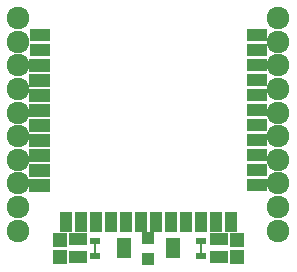
<source format=gts>
%FSLAX34Y34*%
G04 Gerber Fmt 3.4, Leading zero omitted, Abs format*
G04 (created by PCBNEW (2013-12-14 BZR 4555)-product) date Wed 05 Mar 2014 18:38:52 EST*
%MOIN*%
G01*
G70*
G90*
G04 APERTURE LIST*
%ADD10C,0.005906*%
%ADD11R,0.047244X0.047244*%
%ADD12R,0.060748X0.040748*%
%ADD13R,0.051181X0.066929*%
%ADD14R,0.043307X0.043307*%
%ADD15R,0.036220X0.020472*%
%ADD16R,0.008787X0.032283*%
%ADD17C,0.075748*%
%ADD18R,0.043307X0.070866*%
%ADD19R,0.070866X0.043307*%
G04 APERTURE END LIST*
G54D10*
G54D11*
X2952Y-7381D03*
X2952Y-7972D03*
X-2952Y-7381D03*
X-2952Y-7972D03*
G54D12*
X2362Y-7977D03*
X2362Y-7377D03*
X-2362Y-7977D03*
X-2362Y-7377D03*
G54D13*
X-807Y-7677D03*
X807Y-7677D03*
G54D14*
X0Y-8031D03*
X-3Y-7322D03*
G54D15*
X-1771Y-7421D03*
X-1771Y-7933D03*
G54D16*
X-1771Y-7677D03*
G54D15*
X1771Y-7421D03*
X1771Y-7933D03*
G54D16*
X1771Y-7677D03*
G54D17*
X4331Y0D03*
X4331Y-3150D03*
X4331Y-4724D03*
X4331Y-3937D03*
X4331Y-1575D03*
X4331Y-2362D03*
X4331Y-787D03*
X4331Y-6299D03*
X4331Y-7087D03*
X4331Y-5512D03*
X-4331Y-5512D03*
X-4331Y-7087D03*
X-4331Y-6299D03*
X-4331Y-787D03*
X-4331Y-2362D03*
X-4331Y-1575D03*
X-4331Y-3937D03*
X-4331Y-4724D03*
X-4331Y-3150D03*
X-4331Y0D03*
G54D18*
X2750Y-6781D03*
X2250Y-6781D03*
G54D19*
X-3622Y-566D03*
G54D10*
G36*
X-3976Y-5783D02*
X-3976Y-5350D01*
X-3267Y-5350D01*
X-3267Y-5783D01*
X-3976Y-5783D01*
X-3976Y-5783D01*
G37*
G54D19*
X-3622Y-1066D03*
G54D10*
G36*
X-3976Y-1783D02*
X-3976Y-1350D01*
X-3267Y-1350D01*
X-3267Y-1783D01*
X-3976Y-1783D01*
X-3976Y-1783D01*
G37*
G36*
X-3976Y-2283D02*
X-3976Y-1850D01*
X-3267Y-1850D01*
X-3267Y-2283D01*
X-3976Y-2283D01*
X-3976Y-2283D01*
G37*
G36*
X-3976Y-2783D02*
X-3976Y-2350D01*
X-3267Y-2350D01*
X-3267Y-2783D01*
X-3976Y-2783D01*
X-3976Y-2783D01*
G37*
G36*
X-3976Y-3283D02*
X-3976Y-2850D01*
X-3267Y-2850D01*
X-3267Y-3283D01*
X-3976Y-3283D01*
X-3976Y-3283D01*
G37*
G36*
X-3976Y-3783D02*
X-3976Y-3350D01*
X-3267Y-3350D01*
X-3267Y-3783D01*
X-3976Y-3783D01*
X-3976Y-3783D01*
G37*
G36*
X-3976Y-4283D02*
X-3976Y-3850D01*
X-3267Y-3850D01*
X-3267Y-4283D01*
X-3976Y-4283D01*
X-3976Y-4283D01*
G37*
G36*
X-3976Y-4783D02*
X-3976Y-4350D01*
X-3267Y-4350D01*
X-3267Y-4783D01*
X-3976Y-4783D01*
X-3976Y-4783D01*
G37*
G36*
X-3976Y-5283D02*
X-3976Y-4850D01*
X-3267Y-4850D01*
X-3267Y-5283D01*
X-3976Y-5283D01*
X-3976Y-5283D01*
G37*
G54D18*
X-2750Y-6781D03*
X-2250Y-6781D03*
X-1750Y-6781D03*
X-1250Y-6781D03*
X-750Y-6781D03*
X-250Y-6781D03*
X250Y-6781D03*
X750Y-6781D03*
X1250Y-6781D03*
X1750Y-6781D03*
G54D19*
X3622Y-566D03*
X3622Y-5566D03*
X3622Y-5066D03*
X3622Y-4566D03*
X3622Y-4066D03*
X3622Y-3566D03*
X3622Y-3066D03*
X3622Y-2566D03*
X3622Y-2066D03*
X3622Y-1566D03*
X3622Y-1066D03*
M02*

</source>
